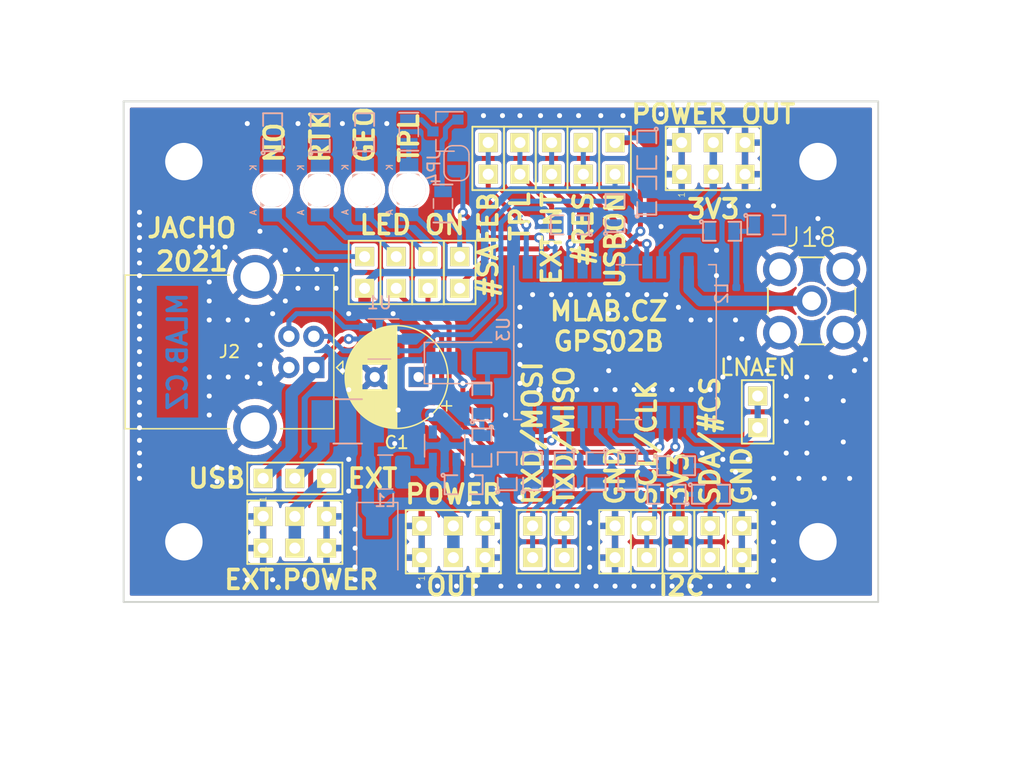
<source format=kicad_pcb>
(kicad_pcb (version 20211014) (generator pcbnew)
  (title_block (title "NAME") (date "%d. %m. %Y") (rev "REV") (company "Mlab www.mlab.cz") (comment 1 "VERSION") (comment 2 "Short description\\nTwo lines are maximum") (comment 3 "nickname <email@example.com>"))
  (layers (0 "F.Cu" signal) (31 "B.Cu" signal) (34 "B.Paste" user) (35 "F.Paste" user) (36 "B.SilkS" user "B.Silkscreen") (37 "F.SilkS" user "F.Silkscreen") (38 "B.Mask" user) (39 "F.Mask" user) (44 "Edge.Cuts" user))
  (net 0 "")
  (net 1 "GND")
  (net 2 "/VBACKUP")
  (net 3 "Net-(C2-Pad1)")
  (net 4 "+3V3")
  (net 5 "Net-(C7-Pad1)")
  (net 6 "Net-(D1-Pad2)")
  (net 7 "Net-(D2-Pad1)")
  (net 8 "Net-(D3-Pad1)")
  (net 9 "Net-(F1-Pad1)")
  (net 10 "Net-(J1-Pad3)")
  (net 11 "/D+")
  (net 12 "/D-")
  (net 13 "/VBUS")
  (net 14 "/TXD{slash}MISO")
  (net 15 "/RXD{slash}MOSI")
  (net 16 "/SDA{slash}#CS")
  (net 17 "/SCL{slash}CLK")
  (net 18 "/LNEN")
  (net 19 "/TIMEPULSE")
  (net 20 "Net-(Q1-Pad1)")
  (net 21 "Net-(JP7-Pad1)")
  (net 22 "/RTK_STAT")
  (net 23 "Net-(JP8-Pad1)")
  (net 24 "/GEO_STAT")
  (net 25 "Net-(R4-Pad1)")
  (net 26 "/DM")
  (net 27 "Net-(R5-Pad1)")
  (net 28 "/DP")
  (net 29 "Net-(R6-Pad1)")
  (net 30 "Net-(R7-Pad1)")
  (net 31 "Net-(R8-Pad1)")
  (net 32 "Net-(R9-Pad1)")
  (net 33 "Net-(R11-Pad1)")
  (net 36 "Net-(D4-Pad1)")
  (net 37 "Net-(D5-Pad1)")
  (net 38 "Net-(D6-Pad1)")
  (net 39 "Net-(D3-Pad2)")
  (net 40 "Net-(J16-Pad1)")
  (net 41 "/EXTINT")
  (net 42 "/#SAFEB")
  (net 43 "/#RESET")
  (net 44 "/VDD_USB")
  (net 45 "/D_SEL")
  (net 46 "Net-(J18-Pad1)")
  (net 47 "Net-(Q1-Pad3)")
  (footprint "Capacitor_THT:CP_Radial_D8.0mm_P3.50mm" (layer "F.Cu") (at 23.876 -18.288 180)
    (fp_text reference "C1")
    (fp_text value "1F" hide)
  )
  (footprint "Mlab_Pin_Headers:Straight_2x03" (layer "F.Cu") (at 13.97 -5.842 90)
    (fp_text reference "J1" hide)
    (fp_text value "HEADER_2x03_PARALLEL" hide)
  )
  (footprint "Connector_USB:USB_B_OST_USB-B1HSxx_Horizontal" (layer "F.Cu") (at 15.494 -19.05 180)
    (fp_text reference "J2")
    (fp_text value "USB_B")
  )
  (footprint "Mlab_Pin_Headers:Straight_2x03" (layer "F.Cu") (at 26.67 -5.08 90)
    (fp_text reference "J3" hide)
    (fp_text value "HEADER_2x03_PARALLEL" hide)
  )
  (footprint "Mlab_Pin_Headers:Straight_2x01" (layer "F.Cu") (at 35.56 -5.08 -90)
    (fp_text reference "J4" hide)
    (fp_text value "HEADER_2x01_PARALLEL" hide)
  )
  (footprint "Mlab_Pin_Headers:Straight_2x01" (layer "F.Cu") (at 33.02 -5.08 -90)
    (fp_text reference "J5" hide)
    (fp_text value "HEADER_2x01_PARALLEL" hide)
  )
  (footprint "Mlab_Pin_Headers:Straight_2x01" (layer "F.Cu") (at 47.244 -5.08 -90)
    (fp_text reference "J6" hide)
    (fp_text value "HEADER_2x01_PARALLEL" hide)
  )
  (footprint "Mlab_Pin_Headers:Straight_2x01" (layer "F.Cu") (at 44.704 -5.08 -90)
    (fp_text reference "J8" hide)
    (fp_text value "HEADER_2x01_PARALLEL" hide)
  )
  (footprint "Mlab_Pin_Headers:Straight_2x01" (layer "F.Cu") (at 49.784 -5.08 -90)
    (fp_text reference "J9" hide)
    (fp_text value "HEADER_2x01_PARALLEL" hide)
  )
  (footprint "Mlab_Pin_Headers:Straight_2x01" (layer "F.Cu") (at 39.624 -5.08 -90)
    (fp_text reference "J10" hide)
    (fp_text value "HEADER_2x01_PARALLEL" hide)
  )
  (footprint "Mlab_Pin_Headers:Straight_2x01" (layer "F.Cu") (at 34.544 -35.814 90)
    (fp_text reference "J11" hide)
    (fp_text value "HEADER_2x01_PARALLEL" hide)
  )
  (footprint "Mlab_Pin_Headers:Straight_2x01" (layer "F.Cu") (at 37.084 -35.814 -90)
    (fp_text reference "J13" hide)
    (fp_text value "HEADER_2x01_PARALLEL" hide)
  )
  (footprint "Mlab_Pin_Headers:Straight_2x01" (layer "F.Cu") (at 51.054 -15.494 -90)
    (fp_text reference "J14" hide)
    (fp_text value "HEADER_2x01_PARALLEL" hide)
  )
  (footprint "Mlab_Pin_Headers:Straight_2x03" (layer "F.Cu") (at 47.498 -35.814 90)
    (fp_text reference "J15" hide)
    (fp_text value "HEADER_2x03_PARALLEL" hide)
  )
  (footprint "Mlab_Pin_Headers:Straight_2x01" (layer "F.Cu") (at 32.004 -35.814 90)
    (fp_text reference "J16" hide)
    (fp_text value "HEADER_2x01_PARALLEL" hide)
  )
  (footprint "Mlab_CON:SMA6251A13G50" (layer "F.Cu") (at 55.372 -24.384)
    (fp_text reference "J18")
    (fp_text value "SMA" hide)
  )
  (footprint "Mlab_Pin_Headers:Straight_1x02" (layer "F.Cu") (at 27.178 -26.67 180)
    (fp_text reference "JP6" hide)
    (fp_text value "Jumper_2_Bridged" hide)
  )
  (footprint "Mlab_Pin_Headers:Straight_1x02" (layer "F.Cu") (at 22.098 -26.67 180)
    (fp_text reference "JP7" hide)
    (fp_text value "Jumper_2_Open" hide)
  )
  (footprint "Mlab_Pin_Headers:Straight_1x02" (layer "F.Cu") (at 24.638 -26.67 180)
    (fp_text reference "JP8" hide)
    (fp_text value "Jumper_2_Open" hide)
  )
  (footprint "Mlab_Mechanical:MountingHole_3mm" (layer "F.Cu") (at 5.08 -5.08)
    (fp_text reference "M1" hide)
    (fp_text value "HOLE" hide)
  )
  (footprint "Mlab_Mechanical:MountingHole_3mm" (layer "F.Cu") (at 55.88 -35.56)
    (fp_text reference "M2" hide)
    (fp_text value "HOLE" hide)
  )
  (footprint "Mlab_Mechanical:MountingHole_3mm" (layer "F.Cu") (at 55.88 -5.08)
    (fp_text reference "M3" hide)
    (fp_text value "HOLE" hide)
  )
  (footprint "Mlab_Mechanical:MountingHole_3mm" (layer "F.Cu") (at 5.08 -35.56)
    (fp_text reference "M4" hide)
    (fp_text value "HOLE" hide)
  )
  (footprint "Mlab_Pin_Headers:Straight_1x03" (layer "F.Cu") (at 13.97 -10.16 90)
    (fp_text reference "JP1" hide)
    (fp_text value "Jumper_3_Bridged12" hide)
  )
  (footprint "Mlab_Pin_Headers:Straight_1x02" (layer "F.Cu") (at 19.558 -26.67 180)
    (fp_text reference "JP9" hide)
    (fp_text value "Jumper_2_Open" hide)
  )
  (footprint "Mlab_Pin_Headers:Straight_1x02" (layer "F.Cu") (at 39.624 -35.814)
    (fp_text reference "JP2" hide)
    (fp_text value "Jumper_2_Bridged" hide)
  )
  (footprint "Mlab_Pin_Headers:Straight_2x01" (layer "F.Cu") (at 29.464 -35.814 -90)
    (fp_text reference "J12" hide)
    (fp_text value "HEADER_2x01_PARALLEL" hide)
  )
  (footprint "Mlab_Pin_Headers:Straight_2x01" (layer "F.Cu") (at 42.164 -5.08 -90)
    (fp_text reference "J7" hide)
    (fp_text value "HEADER_2x01_PARALLEL" hide)
  )
  (footprint "Mlab_R:SMD-0805" (layer "B.Cu") (at 28.956 -12.6365 -90)
    (fp_text reference "C3")
    (fp_text value "1uF")
  )
  (footprint "Mlab_R:SMD-0805" (layer "B.Cu") (at 42.164 -32.8295 90)
    (fp_text reference "C6")
    (fp_text value "1uF")
  )
  (footprint "Mlab_R:SMD-0805" (layer "B.Cu") (at 51.7525 -30.48)
    (fp_text reference "C7")
    (fp_text value "47pF")
  )
  (footprint "Diode_SMD:D_SMA" (layer "B.Cu") (at 27.75 -19.41)
    (fp_text reference "D1" hide)
    (fp_text value "M4" hide)
  )
  (footprint "Diode_SMD:D_SMA" (layer "B.Cu") (at 20.574 -4.826 -90)
    (fp_text reference "D2" hide)
    (fp_text value "M4" hide)
  )
  (footprint "Mlab_D:LED_1206" (layer "B.Cu") (at 12.192 -33.274 90)
    (fp_text reference "D3")
    (fp_text value "RED" hide)
  )
  (footprint "Mlab_D:LED_1206" (layer "B.Cu") (at 16.002 -33.274 90)
    (fp_text reference "D5")
    (fp_text value "YELLOW" hide)
  )
  (footprint "Mlab_D:LED_1206" (layer "B.Cu") (at 23.114 -33.306 90)
    (fp_text reference "D6")
    (fp_text value "GREEN" hide)
  )
  (footprint "Mlab_F:1812" (layer "B.Cu") (at 18.206 -14.732)
    (fp_text reference "F1" hide)
    (fp_text value "750mA" hide)
  )
  (footprint "Inductor_SMD:L_1210_3225Metric" (layer "B.Cu") (at 21.212 -10.668)
    (fp_text reference "L1")
    (fp_text value "NL322522T-101K" hide)
  )
  (footprint "Inductor_SMD:L_0402_1005Metric" (layer "B.Cu") (at 49.34 -24.99 -90)
    (fp_text reference "L2")
    (fp_text value "27nH" hide)
  )
  (footprint "Mlab_R:SMD-0805" (layer "B.Cu") (at 28.956 -16.3195 90)
    (fp_text reference "R1")
    (fp_text value "22R")
  )
  (footprint "Mlab_R:SMD-0805" (layer "B.Cu") (at 47.3075 -8.89)
    (fp_text reference "R2")
    (fp_text value "10k")
  )
  (footprint "Mlab_R:SMD-0805" (layer "B.Cu") (at 43.7515 -8.89 180)
    (fp_text reference "R3")
    (fp_text value "10k")
  )
  (footprint "Mlab_R:SMD-0805" (layer "B.Cu") (at 36.0045 -30.48 180)
    (fp_text reference "R4")
    (fp_text value "33R")
  )
  (footprint "Mlab_R:SMD-0805" (layer "B.Cu") (at 38.1 -10.7315 -90)
    (fp_text reference "R6")
    (fp_text value "33R")
  )
  (footprint "Mlab_R:SMD-0805" (layer "B.Cu") (at 35.56 -10.7315 -90)
    (fp_text reference "R7")
    (fp_text value "33R")
  )
  (footprint "Mlab_R:SMD-0805" (layer "B.Cu") (at 44.5135 -11.176)
    (fp_text reference "R8")
    (fp_text value "33R")
  )
  (footprint "Mlab_R:SMD-0805" (layer "B.Cu") (at 40.64 -10.7315 -90)
    (fp_text reference "R9")
    (fp_text value "33R")
  )
  (footprint "Mlab_R:SMD-0805" (layer "B.Cu") (at 12.192 -37.9095 90)
    (fp_text reference "R10")
    (fp_text value "620R")
  )
  (footprint "Mlab_R:SMD-0805" (layer "B.Cu") (at 48.1965 -29.972)
    (fp_text reference "R11")
    (fp_text value "10R")
  )
  (footprint "Mlab_R:SMD-0805" (layer "B.Cu") (at 16.002 -37.846 90)
    (fp_text reference "R13")
    (fp_text value "620R")
  )
  (footprint "RF_GPS:ublox_NEO" (layer "B.Cu") (at 39.624 -21.082 -90)
    (fp_text reference "U3")
    (fp_text value "NEO-M8P")
  )
  (footprint "Mlab_R:SMD-0805" (layer "B.Cu") (at 27.4955 -9.652)
    (fp_text reference "C2")
    (fp_text value "10uF")
  )
  (footprint "Package_TO_SOT_SMD:SOT-23-5" (layer "B.Cu") (at 25.974 -12.784 90)
    (fp_text reference "U2" hide)
    (fp_text value "MIC5504-3.3YM5" hide)
  )
  (footprint "Mlab_R:SMD-0805" (layer "B.Cu") (at 39.624 -31.4325 90)
    (fp_text reference "R5")
    (fp_text value "33R")
  )
  (footprint "Jumper:SolderJumper-2_P1.3mm_Open_RoundedPad1.0x1.5mm" (layer "B.Cu") (at 26.924 -35.433 -90)
    (fp_text reference "JP4")
    (fp_text value "Jumper_2_Open" hide)
  )
  (footprint "Mlab_R:SMD-0805" (layer "B.Cu") (at 30.988 -10.7315 90)
    (fp_text reference "C4")
    (fp_text value "100nF")
  )
  (footprint "Package_TO_SOT_SMD:SOT-23-6" (layer "B.Cu") (at 20.744 -21.336 180)
    (fp_text reference "U1")
    (fp_text value "USBLC6-2SC6" hide)
  )
  (footprint "Mlab_R:SMD-0805" (layer "B.Cu") (at 33.02 -10.7315 90)
    (fp_text reference "C5")
    (fp_text value "1uF")
  )
  (footprint "Mlab_R:SMD-0805" (layer "B.Cu") (at 42.164 -36.5125 -90)
    (fp_text reference "R15")
    (fp_text value "10k")
  )
  (footprint "Mlab_R:SMD-0805" (layer "B.Cu") (at 19.558 -37.9095 90)
    (fp_text reference "R12")
    (fp_text value "620R")
  )
  (footprint "Mlab_D:LED_1206" (layer "B.Cu") (at 19.558 -33.306 90)
    (fp_text reference "D4")
    (fp_text value "YELLOW" hide)
  )
  (footprint "Mlab_R:SMD-0805" (layer "B.Cu") (at 23.1 -37.9525 -90)
    (fp_text reference "R16")
    (fp_text value "220R")
  )
  (footprint "Mlab_R:SMD-0805" (layer "B.Cu") (at 25.84 -32.1975 90)
    (fp_text reference "R14")
    (fp_text value "220R")
  )
  (footprint "Package_TO_SOT_SMD:SOT-23" (layer "B.Cu") (at 26.035 -37.973 180)
    (fp_text reference "Q1" hide)
    (fp_text value "BC817-25" hide)
  )
  (gr_line (start 0.254 -0.254) (end 0.254 -40.386) (layer "Edge.Cuts") (width 0.15))
  (gr_line (start 0.254 -0.254) (end 60.706 -0.254) (layer "Edge.Cuts") (width 0.15))
  (gr_line (start 60.706 -40.386) (end 0.254 -40.386) (layer "Edge.Cuts") (width 0.15))
  (gr_line (start 60.706 -40.386) (end 60.706 -0.254) (layer "Edge.Cuts") (width 0.15))
  (gr_text "MLAB.CZ" (at 4.572 -20.32 90) (layer "B.Cu") (effects (font (size 1.5 1.5) (thickness 0.3)) (justify mirror)))
  (gr_text "EXT" (at 22.352 -10.16) (layer "F.SilkS") (effects (font (size 1.5 1.5) (thickness 0.3)) (justify right)))
  (gr_text "POWER" (at 26.67 -8.89) (layer "F.SilkS") (effects (font (size 1.5 1.5) (thickness 0.3))))
  (gr_text "OUT" (at 26.67 -1.524) (layer "F.SilkS") (effects (font (size 1.5 1.5) (thickness 0.3))))
  (gr_text "GND" (at 49.784 -7.874 90) (layer "F.SilkS") (effects (font (size 1.5 1.5) (thickness 0.3)) (justify left)))
  (gr_text "TXD/MISO" (at 35.56 -7.874 90) (layer "F.SilkS") (effects (font (size 1.5 1.5) (thickness 0.3)) (justify left)))
  (gr_text "RXD/MOSI" (at 33.02 -7.874 90) (layer "F.SilkS") (effects (font (size 1.5 1.5) (thickness 0.3)) (justify left)))
  (gr_text "LNAEN" (at 51.054 -19.05) (layer "F.SilkS") (effects (font (size 1.3 1.3) (thickness 0.2))))
  (gr_text "ON" (at 12.192 -35.306 270) (layer "F.SilkS") (effects (font (size 1.5 1.5) (thickness 0.3)) (justify right)))
  (gr_text "3V3" (at 47.498 -31.75) (layer "F.SilkS") (effects (font (size 1.5 1.5) (thickness 0.3))))
  (gr_text "#SAFEB" (at 29.464 -33.274 90) (layer "F.SilkS") (effects (font (size 1.5 1.5) (thickness 0.3)) (justify right)))
  (gr_text "USBON" (at 39.624 -33.274 90) (layer "F.SilkS") (effects (font (size 1.5 1.5) (thickness 0.3)) (justify right)))
  (gr_text "MLAB.CZ\nGPS02B" (at 39.116 -22.352) (layer "F.SilkS") (effects (font (size 1.5 1.5) (thickness 0.3))))
  (gr_text "2021" (at 5.715 -27.559) (layer "F.SilkS") (effects (font (size 1.5 1.5) (thickness 0.3))))
  (gr_text "RTK" (at 16.002 -35.306 90) (layer "F.SilkS") (effects (font (size 1.5 1.5) (thickness 0.3)) (justify left)))
  (gr_text "EXTINT" (at 34.544 -33.274 90) (layer "F.SilkS") (effects (font (size 1.5 1.5) (thickness 0.3)) (justify right)))
  (gr_text "USB" (at 10.16 -10.16) (layer "F.SilkS") (effects (font (size 1.5 1.5) (thickness 0.3)) (justify right)))
  (gr_text "3V3" (at 44.704 -7.874 90) (layer "F.SilkS") (effects (font (size 1.5 1.5) (thickness 0.3)) (justify left)))
  (gr_text "TPL" (at 23.114 -35.306 90) (layer "F.SilkS") (effects (font (size 1.5 1.5) (thickness 0.3)) (justify left)))
  (gr_text "SCL/CLK" (at 42.164 -7.874 90) (layer "F.SilkS") (effects (font (size 1.5 1.5) (thickness 0.3)) (justify left)))
  (gr_text "I2C" (at 44.958 -1.524) (layer "F.SilkS") (effects (font (size 1.5 1.5) (thickness 0.3))))
  (gr_text "JACHO" (at 5.715 -30.226) (layer "F.SilkS") (effects (font (size 1.5 1.5) (thickness 0.3))))
  (gr_text "LED ON" (at 23.368 -30.48) (layer "F.SilkS") (effects (font (size 1.5 1.5) (thickness 0.3))))
  (gr_text "#RES" (at 37.084 -33.274 90) (layer "F.SilkS") (effects (font (size 1.5 1.5) (thickness 0.3)) (justify right)))
  (gr_text "EXT.POWER" (at 20.828 -2.032) (layer "F.SilkS") (effects (font (size 1.5 1.5) (thickness 0.3)) (justify right)))
  (gr_text "SDA/#CS" (at 47.244 -7.874 90) (layer "F.SilkS") (effects (font (size 1.5 1.5) (thickness 0.3)) (justify left)))
  (gr_text "GEO" (at 19.558 -35.306 90) (layer "F.SilkS") (effects (font (size 1.5 1.5) (thickness 0.3)) (justify left)))
  (gr_text "POWER OUT" (at 47.498 -39.37) (layer "F.SilkS") (effects (font (size 1.5 1.5) (thickness 0.3))))
  (gr_text "GND" (at 39.624 -7.874 90) (layer "F.SilkS") (effects (font (size 1.5 1.5) (thickness 0.3)) (justify left)))
  (gr_text "TPL" (at 32.004 -33.274 90) (layer "F.SilkS") (effects (font (size 1.5 1.5) (thickness 0.3)) (justify right)))
  (segment (start 16.764 -2.032) (end 14.732 -2.032) (width 0.5) (layer "F.Cu") (net 1))
  (segment (start 47.244 -17.272) (end 48.26 -18.288) (width 0.5) (layer "F.Cu") (net 1))
  (segment (start 43.688 -24.892) (end 42.164 -24.892) (width 0.5) (layer "F.Cu") (net 1))
  (segment (start 49.784 -20.32) (end 50.292 -19.812) (width 0.5) (layer "F.Cu") (net 1))
  (segment (start 52.324 -11.176) (end 52.324 -10.16) (width 0.5) (layer "F.Cu") (net 1))
  (segment (start 12.192 -2.032) (end 10.16 -2.032) (width 0.5) (layer "F.Cu") (net 1))
  (segment (start 18.796 -4.572) (end 18.796 -6.096) (width 0.5) (layer "F.Cu") (net 1))
  (segment (start 51.816 -11.684) (end 52.324 -11.176) (width 0.5) (layer "F.Cu") (net 1))
  (segment (start 15.748 -26.924) (end 14.224 -26.924) (width 0.5) (layer "F.Cu") (net 1))
  (segment (start 41.148 -1.524) (end 42.672 -1.524) (width 0.5) (layer "F.Cu") (net 1))
  (segment (start 35.052 -17.272) (end 36.576 -17.272) (width 0.5) (layer "F.Cu") (net 1))
  (segment (start 52.324 -2.032) (end 52.324 -3.556) (width 0.5) (layer "F.Cu") (net 1))
  (segment (start 22.246182 -15.642182) (end 22.246182 -15.27218) (width 0.5) (layer "F.Cu") (net 1))
  (segment (start 44.196 -1.524) (end 45.72 -1.524) (width 0.5) (layer "F.Cu") (net 1))
  (segment (start 18.288 -18.288) (end 17.78 -18.796) (width 0.5) (layer "F.Cu") (net 1))
  (segment (start 32.004 -23.876) (end 32.004 -22.352) (width 0.5) (layer "F.Cu") (net 1))
  (segment (start 39.116 -24.892) (end 39.116 -23.368) (width 0.5) (layer "F.Cu") (net 1))
  (segment (start 52.324 -11.176) (end 53.34 -12.192) (width 0.5) (layer "F.Cu") (net 1))
  (segment (start 18.288 -17.272) (end 18.288 -18.288) (width 0.5) (layer "F.Cu") (net 1))
  (segment (start 41.148 -17.272) (end 42.672 -17.272) (width 0.5) (layer "F.Cu") (net 1))
  (segment (start 49.276 -10.668) (end 48.26 -11.684) (width 0.5) (layer "F.Cu") (net 1))
  (segment (start 54.356 -10.16) (end 56.388 -10.16) (width 0.5) (layer "F.Cu") (net 1))
  (segment (start 18.796 -3.048) (end 18.796 -2.032) (width 0.5) (layer "F.Cu") (net 1))
  (segment (start 48.768 -1.524) (end 50.292 -1.524) (width 0.5) (layer "F.Cu") (net 1))
  (segment (start 44.704 -23.876) (end 45.72 -22.86) (width 0.5) (layer "F.Cu") (net 1))
  (segment (start 30.448364 -8.128) (end 30.464182 -8.112182) (width 0.5) (layer "F.Cu") (net 1))
  (segment (start 51.308 -8.128) (end 50.8 -8.636) (width 0.5) (layer "F.Cu") (net 1))
  (segment (start 34.544 -24.892) (end 33.02 -24.892) (width 0.5) (layer "F.Cu") (net 1))
  (segment (start 36.576 -1.524) (end 38.1 -1.524) (width 0.5) (layer "F.Cu") (net 1))
  (segment (start 10.784 -26.32) (end 10.764 -26.32) (width 0.5) (layer "F.Cu") (net 1))
  (segment (start 50.292 -11.684) (end 51.816 -11.684) (width 0.5) (layer "F.Cu") (net 1))
  (segment (start 52.324 -8.128) (end 51.308 -8.128) (width 0.5) (layer "F.Cu") (net 1))
  (segment (start 50.038 -34.544) (end 50.038 -32.258) (width 0.5) (layer "F.Cu") (net 1))
  (segment (start 33.528 -1.524) (end 35.052 -1.524) (width 0.5) (layer "F.Cu") (net 1))
  (segment (start 44.196 -17.272) (end 45.72 -17.272) (width 0.5) (layer "F.Cu") (net 1))
  (segment (start 52.324 -5.08) (end 52.324 -6.604) (width 0.5) (layer "F.Cu") (net 1))
  (segment (start 14.224 -25.4) (end 15.748 -25.4) (width 0.5) (layer "F.Cu") (net 1))
  (segment (start 22.246182 -15.27218) (end 21.706002 -14.732) (width 0.5) (layer "F.Cu") (net 1))
  (segment (start 39.116 -21.844) (end 39.116 -20.32) (width 0.5) (layer "F.Cu") (net 1))
  (segment (start 33.02 -17.78) (end 33.528 -17.272) (width 0.5) (layer "F.Cu") (net 1))
  (segment (start 38.1 -17.272) (end 39.624 -17.272) (width 0.5) (layer "F.Cu") (net 1))
  (segment (start 12.7 -28.448) (end 11.176 -29.972) (width 0.5) (layer "F.Cu") (net 1))
  (segment (start 47.244 -1.524) (end 48.768 -1.524) (width 0.5) (layer "F.Cu") (net 1))
  (segment (start 49.784 -21.336) (end 49.784 -20.32) (width 0.5) (layer "F.Cu") (net 1))
  (segment (start 40.64 -24.892) (end 39.116 -24.892) (width 0.5) (layer "F.Cu") (net 1))
  (segment (start 30.48 -1.524) (end 32.004 -1.524) (width 0.5) (layer "F.Cu") (net 1))
  (segment (start 37.592 -3.048) (end 37.592 -4.572) (width 0.5) (layer "F.Cu") (net 1))
  (segment (start 32.004 -17.78) (end 33.02 -17.78) (width 0.5) (layer "F.Cu") (net 1))
  (segment (start 13.208 -28.448) (end 12.7 -28.448) (width 0.5) (layer "F.Cu") (net 1))
  (segment (start 32.004 -20.828) (end 32.004 -19.304) (width 0.5) (layer "F.Cu") (net 1))
  (segment (start 18.288 -9.144) (end 18.288 -11.684) (width 0.5) (layer "F.Cu") (net 1))
  (segment (start 47.244 -22.86) (end 49.276 -22.86) (width 0.5) (layer "F.Cu") (net 1))
  (segment (start 39.624 -1.524) (end 41.148 -1.524) (width 0.5) (layer "F.Cu") (net 1))
  (segment (start 58.42 -10.16) (end 58.42 -10.668) (width 0.5) (layer "F.Cu") (net 1))
  (segment (start 37.592 -24.892) (end 36.068 -24.892) (width 0.5) (layer "F.Cu") (net 1))
  (segment (start 27.94 -8.128) (end 30.448364 -8.128) (width 0.5) (layer "F.Cu") (net 1))
  (segment (start 21.336 -38.608) (end 17.78 -38.608) (width 0.5) (layer "F.Cu") (net 1))
  (segment (start 55.88 -30.988) (end 55.88 -29.464) (width 0.5) (layer "F.Cu") (net 1))
  (segment (start 47.752 -28.448) (end 47.752 -26.416) (width 0.5) (layer "F.Cu") (net 1))
  (segment (start 17.272 -25.4) (end 17.272 -26.924) (width 0.5) (layer "F.Cu") (net 1))
  (segment (start 10.764 -26.32) (end 8.382 -28.702) (width 0.5) (layer "F.Cu") (net 1))
  (segment (start 17.78 -38.608) (end 14.224 -38.608) (width 0.5) (layer "F.Cu") (net 1))
  (segment (start 53.34 -14.732) (end 53.34 -16.764) (width 0.5) (layer "F.Cu") (net 1))
  (segment (start 50.038 -32.258) (end 50.292 -32.004) (width 0.5) (layer "F.Cu") (net 1))
  (segment (start 12.192 -23.368) (end 13.208 -24.384) (width 0.5) (layer "F.Cu") (net 1))
  (segment (start 50.292 -32.004) (end 52.324 -32.004) (width 0.5) (layer "F.Cu") (net 1))
  (segment (start 23.876 -1.524) (end 25.4 -1.524) (width 0.5) (layer "F.Cu") (net 1))
  (segment (start 26.924 -1.524) (end 28.448 -1.524) (width 0.5) (layer "F.Cu") (net 1))
  (via (at 7.366 -28.702) (size 0.8) (drill 0.4) (layers "F.Cu" "B.Cu") (net 1))
  (via (at 6.35 -28.702) (size 0.8) (drill 0.4) (layers "F.Cu" "B.Cu") (net 1))
  (via (at 21.844 -23.368) (size 0.8) (drill 0.4) (layers "F.Cu" "B.Cu") (net 1))
  (via (at 33.655 -30.734) (size 0.8) (drill 0.4) (layers "F.Cu" "B.Cu") (net 1))
  (via (at 43.307 -30.353) (size 0.8) (drill 0.4) (layers "F.Cu" "B.Cu") (net 1))
  (via (at 46.609 -12.192) (size 0.8) (drill 0.4) (layers "F.Cu" "B.Cu") (net 1))
  (via (at 30.861 -15.24) (size 0.8) (drill 0.4) (layers "F.Cu" "B.Cu") (net 1))
  (via (at 21.971 -12.954) (size 0.8) (drill 0.4) (layers "F.Cu" "B.Cu") (net 1))
  (via (at 7.747 -11.049) (size 0.8) (drill 0.4) (layers "F.Cu" "B.Cu") (net 1))
  (via (at 7.747 -9.906) (size 0.8) (drill 0.4) (layers "F.Cu" "B.Cu") (net 1))
  (via (at 8.89 -9.906) (size 0.8) (drill 0.4) (layers "F.Cu" "B.Cu") (net 1))
  (via (at 8.89 -11.049) (size 0.8) (drill 0.4) (layers "F.Cu" "B.Cu") (net 1))
  (via (at 34.544 -24.892) (size 0.8) (drill 0.4) (layers "F.Cu" "B.Cu") (net 1))
  (via (at 13.208 -28.448) (size 0.8) (drill 0.4) (layers "F.Cu" "B.Cu") (net 1))
  (via (at 52.324 -2.032) (size 0.8) (drill 0.4) (layers "F.Cu" "B.Cu") (net 1))
  (via (at 30.48 -1.524) (size 0.8) (drill 0.4) (layers "F.Cu" "B.Cu") (net 1))
  (via (at 12.192 -23.368) (size 0.8) (drill 0.4) (layers "F.Cu" "B.Cu") (net 1))
  (via (at 44.704 -23.876) (size 0.8) (drill 0.4) (layers "F.Cu" "B.Cu") (net 1))
  (via (at 33.02 -24.892) (size 0.8) (drill 0.4) (layers "F.Cu" "B.Cu") (net 1))
  (via (at 53.34 -16.764) (size 0.8) (drill 0.4) (layers "F.Cu" "B.Cu") (net 1))
  (via (at 40.64 -24.892) (size 0.8) (drill 0.4) (layers "F.Cu" "B.Cu") (net 1))
  (via (at 7.112 -15.24) (size 0.8) (drill 0.4) (layers "F.Cu" "B.Cu") (net 1))
  (via (at 56.896 -18.288) (size 0.8) (drill 0.4) (layers "F.Cu" "B.Cu") (net 1))
  (via (at 39.116 -21.844) (size 0.8) (drill 0.4) (layers "F.Cu" "B.Cu") (net 1))
  (via (at 49.276 -10.668) (size 0.8) (drill 0.4) (layers "F.Cu" "B.Cu") (net 1))
  (via (at 41.148 -17.272) (size 0.8) (drill 0.4) (layers "F.Cu" "B.Cu") (net 1))
  (via (at 11.176 -17.78) (size 0.8) (drill 0.4) (layers "F.Cu" "B.Cu") (net 1))
  (via (at 37.592 -24.892) (size 0.8) (drill 0.4) (layers "F.Cu" "B.Cu") (net 1))
  (via (at 18.288 -9.144) (size 0.8) (drill 0.4) (layers "F.Cu" "B.Cu") (net 1))
  (via (at 35.052 -1.524) (size 0.8) (drill 0.4) (layers "F.Cu" "B.Cu") (net 1))
  (via (at 28.178182 -10.398182) (size 0.8) (drill 0.4) (layers "F.Cu" "B.Cu") (net 1))
  (via (at 57.912 -16.383) (size 0.8) (drill 0.4) (layers "F.Cu" "B.Cu") (net 1))
  (via (at 53.34 -12.192) (size 0.8) (drill 0.4) (layers "F.Cu" "B.Cu") (net 1))
  (via (at 36.576 -1.524) (size 0.8) (drill 0.4) (layers "F.Cu" "B.Cu") (net 1))
  (via (at 37.592 -3.048) (size 0.8) (drill 0.4) (layers "F.Cu" "B.Cu") (net 1))
  (via (at 1.524 -26.416) (size 0.8) (drill 0.4) (layers "F.Cu" "B.Cu") (net 1))
  (via (at 39.624 -1.524) (size 0.8) (drill 0.4) (layers "F.Cu" "B.Cu") (net 1))
  (via (at 21.336 -38.608) (size 0.8) (drill 0.4) (layers "F.Cu" "B.Cu") (net 1))
  (via (at 45.72 -17.272) (size 0.8) (drill 0.4) (layers "F.Cu" "B.Cu") (net 1))
  (via (at 13.208 -24.384) (size 0.8) (drill 0.4) (layers "F.Cu" "B.Cu") (net 1))
  (via (at 45.72 -1.524) (size 0.8) (drill 0.4) (layers "F.Cu" "B.Cu") (net 1))
  (via (at 54.991 -14.605) (size 0.8) (drill 0.4) (layers "F.Cu" "B.Cu") (net 1))
  (via (at 44.196 -17.272) (size 0.8) (drill 0.4) (layers "F.Cu" "B.Cu") (net 1))
  (via (at 18.288 -17.272) (size 0.8) (drill 0.4) (layers "F.Cu" "B.Cu") (net 1))
  (via (at 48.768 -19.812) (size 0.8) (drill 0.4) (layers "F.Cu" "B.Cu") (net 1))
  (via (at 15.748 -26.924) (size 0.8) (drill 0.4) (layers "F.Cu" "B.Cu") (net 1))
  (via (at 1.524 -30.48) (size 0.8) (drill 0.4) (layers "F.Cu" "B.Cu") (net 1))
  (via (at 28.448 -1.524) (size 0.8) (drill 0.4) (layers "F.Cu" "B.Cu") (net 1))
  (via (at 32.004 -23.876) (size 0.8) (drill 0.4) (layers "F.Cu" "B.Cu") (net 1))
  (via (at 7.112 -22.86) (size 0.8) (drill 0.4) (layers "F.Cu" "B.Cu") (net 1))
  (via (at 27.94 -8.128) (size 0.8) (drill 0.4) (layers "F.Cu" "B.Cu") (net 1))
  (via (at 32.004 -22.352) (size 0.8) (drill 0.4) (layers "F.Cu" "B.Cu") (net 1))
  (via (at 29.083 -39.243) (size 0.8) (drill 0.4) (layers "F.Cu" "B.Cu") (net 1))
  (via (at 15.748 -25.4) (size 0.8) (drill 0.4) (layers "F.Cu" "B.Cu") (net 1))
  (via (at 50.292 -1.524) (size 0.8) (drill 0.4) (layers "F.Cu" "B.Cu") (net 1))
  (via (at 7.112 -24.384) (size 0.8) (drill 0.4) (layers "F.Cu" "B.Cu") (net 1))
  (via (at 37.592 -4.572) (size 0.8) (drill 0.4) (layers "F.Cu" "B.Cu") (net 1))
  (via (at 54.991 -18.288) (size 0.8) (drill 0.4) (layers "F.Cu" "B.Cu") (net 1))
  (via (at 33.528 -17.272) (size 0.8) (drill 0.4) (layers "F.Cu" "B.Cu") (net 1))
  (via (at 1.524 -10.16) (size 0.8) (drill 0.4) (layers "F.Cu" "B.Cu") (net 1))
  (via (at 47.244 -17.272) (size 0.8) (drill 0.4) (layers "F.Cu" "B.Cu") (net 1))
  (via (at 10.16 -18.288) (size 0.8) (drill 0.4) (layers "F.Cu" "B.Cu") (net 1))
  (via (at 1.524 -15.24) (size 0.8) (drill 0.4) (layers "F.Cu" "B.Cu") (net 1))
  (via (at 33.528 -1.524) (size 0.8) (drill 0.4) (layers "F.Cu" "B.Cu") (net 1))
  (via (at 36.068 -24.892) (size 0.8) (drill 0.4) (layers "F.Cu" "B.Cu") (net 1))
  (via (at 37.592 -6.604) (size 0.8) (drill 0.4) (layers "F.Cu" "B.Cu") (net 1))
  (via (at 38.1 -17.272) (size 0.8) (drill 0.4) (layers "F.Cu" "B.Cu") (net 1))
  (via (at 1.524 -25.4) (size 0.8) (drill 0.4) (layers "F.Cu" "B.Cu") (net 1))
  (via (at 8.636 -18.288) (size 0.8) (drill 0.4) (layers "F.Cu" "B.Cu") (net 1))
  (via (at 17.272 -26.924) (size 0.8) (drill 0.4) (layers "F.Cu" "B.Cu") (net 1))
  (via (at 50.292 -11.684) (size 0.8) (drill 0.4) (layers "F.Cu" "B.Cu") (net 1))
  (via (at 36.703 -39.243) (size 0.8) (drill 0.4) (layers "F.Cu" "B.Cu") (net 1))
  (via (at 32.004 -20.828) (size 0.8) (drill 0.4) (layers "F.Cu" "B.Cu") (net 1))
  (via (at 56.388 -10.16) (size 0.8) (drill 0.4) (layers "F.Cu" "B.Cu") (net 1))
  (via (at 53.34 -14.732) (size 0.8) (drill 0.4) (layers "F.Cu" "B.Cu") (net 1))
  (via (at 18.288 -11.684) (size 0.8) (drill 0.4) (layers "F.Cu" "B.Cu") (net 1))
  (via (at 58.42 -10.16) (size 0.8) (drill 0.4) (layers "F.Cu" "B.Cu") (net 1))
  (via (at 47.244 -22.86) (size 0.8) (drill 0.4) (layers "F.Cu" "B.Cu") (net 1))
  (via (at 32.004 -17.78) (size 0.8) (drill 0.4) (layers "F.Cu" "B.Cu") (net 1))
  (via (at 1.524 -29.464) (size 0.8) (drill 0.4) (layers "F.Cu" "B.Cu") (net 1))
  (via (at 41.148 -1.524) (size 0.8) (drill 0.4) (layers "F.Cu" "B.Cu") (net 1))
  (via (at 50.292 -19.812) (size 0.8) (drill 0.4) (layers "F.Cu" "B.Cu") (net 1))
  (via (at 8.382 -28.702) (size 0.8) (drill 0.4) (layers "F.Cu" "B.Cu") (net 1))
  (via (at 16.764 -2.032) (size 0.8) (drill 0.4) (layers "F.Cu" "B.Cu") (net 1))
  (via (at 10.16 -38.608) (size 0.8) (drill 0.4) (layers "F.Cu" "B.Cu") (net 1))
  (via (at 55.88 -29.464) (size 0.8) (drill 0.4) (layers "F.Cu" "B.Cu") (net 1))
  (via (at 30.607 -39.243) (size 0.8) (drill 0.4) (layers "F.Cu" "B.Cu") (net 1))
  (via (at 1.524 -17.272) (size 0.8) (drill 0.4) (layers "F.Cu" "B.Cu") (net 1))
  (via (at 7.112 -18.288) (size 0.8) (drill 0.4) (layers "F.Cu" "B.Cu") (net 1))
  (via (at 22.246182 -15.642182) (size 0.8) (drill 0.4) (layers "F.Cu" "B.Cu") (net 1))
  (via (at 11.176 -19.304) (size 0.8) (drill 0.4) (layers "F.Cu" "B.Cu") (net 1))
  (via (at 39.116 -23.368) (size 0.8) (drill 0.4) (layers "F.Cu" "B.Cu") (net 1))
  (via (at 33.655 -39.243) (size 0.8) (drill 0.4) (layers "F.Cu" "B.Cu") (net 1))
  (via (at 52.324 -3.556) (size 0.8) (drill 0.4) (layers "F.Cu" "B.Cu") (net 1))
  (via (at 43.307 -39.37) (size 0.8) (drill 0.4) (layers "F.Cu" "B.Cu") (net 1))
  (via (at 11.176 -29.972) (size 0.8) (drill 0.4) (layers "F.Cu" "B.Cu") (net 1))
  (via (at 36.576 -17.272) (size 0.8) (drill 0.4) (layers "F.Cu" "B.Cu") (net 1))
  (via (at 38.481 -39.243) (size 0.8) (drill 0.4) (layers "F.Cu" "B.Cu") (net 1))
  (via (at 1.524 -18.288) (size 0.8) (drill 0.4) (layers "F.Cu" "B.Cu") (net 1))
  (via (at 42.672 -17.272) (size 0.8) (drill 0.4) (layers "F.Cu" "B.Cu") (net 1))
  (via (at 26.924 -1.524) (size 0.8) (drill 0.4) (layers "F.Cu" "B.Cu") (net 1))
  (via (at 35.052 -17.272) (size 0.8) (drill 0.4) (layers "F.Cu" "B.Cu") (net 1))
  (via (at 43.688 -24.892) (size 0.8) (drill 0.4) (layers "F.Cu" "B.Cu") (net 1))
  (via (at 10.16 -22.86) (size 0.8) (drill 0.4) (layers "F.Cu" "B.Cu") (net 1))
  (via (at 54.356 -10.16) (size 0.8) (drill 0.4) (layers "F.Cu" "B.Cu") (net 1))
  (via (at 1.524 -19.304) (size 0.8) (drill 0.4) (layers "F.Cu" "B.Cu") (net 1))
  (via (at 1.524 -23.368) (size 0.8) (drill 0.4) (layers "F.Cu" "B.Cu") (net 1))
  (via (at 52.324 -10.16) (size 0.8) (drill 0.4) (layers "F.Cu" "B.Cu") (net 1))
  (via (at 35.179 -39.243) (size 0.8) (drill 0.4) (layers "F.Cu" "B.Cu") (net 1))
  (via (at 1.524 -13.208) (size 0.8) (drill 0.4) (layers "F.Cu" "B.Cu") (net 1))
  (via (at 51.816 -18.796) (size 0.8) (drill 0.4) (layers "F.Cu" "B.Cu") (net 1))
  (via (at 18.796 -3.048) (size 0.8) (drill 0.4) (layers "F.Cu" "B.Cu") (net 1))
  (via (at 17.272 -25.4) (size 0.8) (drill 0.4) (layers "F.Cu" "B.Cu") (net 1))
  (via (at 39.116 -20.32) (size 0.8) (drill 0.4) (layers "F.Cu" "B.Cu") (net 1))
  (via (at 50.292 -32.004) (size 0.8) (drill 0.4) (layers "F.Cu" "B.Cu") (net 1))
  (via (at 17.78 -38.608) (size 0.8) (drill 0.4) (layers "F.Cu" "B.Cu") (net 1))
  (via (at 53.34 -18.288) (size 0.8) (drill 0.4) (layers "F.Cu" "B.Cu") (net 1))
  (via (at 1.524 -16.256) (size 0.8) (drill 0.4) (layers "F.Cu" "B.Cu") (net 1))
  (via (at 32.004 -19.304) (size 0.8) (drill 0.4) (layers "F.Cu" "B.Cu") (net 1))
  (via (at 1.524 -31.496) (size 0.8) (drill 0.4) (layers "F.Cu" "B.Cu") (net 1))
  (via (at 48.768 -1.524) (size 0.8) (drill 0.4) (layers "F.Cu" "B.Cu") (net 1))
  (via (at 12.192 -2.032) (size 0.8) (drill 0.4) (layers "F.Cu" "B.Cu") (net 1))
  (via (at 49.784 -21.336) (size 0.8) (drill 0.4) (layers "F.Cu" "B.Cu") (net 1))
  (via (at 25.4 -1.524) (size 0.8) (drill 0.4) (layers "F.Cu" "B.Cu") (net 1))
  (via (at 52.324 -5.08) (size 0.8) (drill 0.4) (layers "F.Cu" "B.Cu") (net 1))
  (via (at 14.224 -38.608) (size 0.8) (drill 0.4) (layers "F.Cu" "B.Cu") (net 1))
  (via (at 14.732 -2.032) (size 0.8) (drill 0.4) (layers "F.Cu" "B.Cu") (net 1))
  (via (at 1.524 -12.192) (size 0.8) (drill 0.4) (layers "F.Cu" "B.Cu") (net 1))
  (via (at 14.224 -26.924) (size 0.8) (drill 0.4) (layers "F.Cu" "B.Cu") (net 1))
  (via (at 52.324 -6.604) (size 0.8) (drill 0.4) (layers "F.Cu" "B.Cu") (net 1))
  (via (at 39.116 -18.796) (size 0.8) (drill 0.4) (layers "F.Cu" "B.Cu") (net 1))
  (via (at 47.752 -28.448) (size 0.8) (drill 0.4) (layers "F.Cu" "B.Cu") (net 1))
  (via (at 42.672 -1.524) (size 0.8) (drill 0.4) (layers "F.Cu" "B.Cu") (net 1))
  (via (at 42.164 -24.892) (size 0.8) (drill 0.4) (layers "F.Cu" "B.Cu") (net 1))
  (via (at 1.524 -11.176) (size 0.8) (drill 0.4) (layers "F.Cu" "B.Cu") (net 1))
  (via (at 44.196 -1.524) (size 0.8) (drill 0.4) (layers "F.Cu" "B.Cu") (net 1))
  (via (at 54.991 -12.192) (size 0.8) (drill 0.4) (layers "F.Cu" "B.Cu") (net 1))
  (via (at 40.259 -39.243) (size 0.8) (drill 0.4) (layers "F.Cu" "B.Cu") (net 1))
  (via (at 50.8 -8.636) (size 0.8) (drill 0.4) (layers "F.Cu" "B.Cu") (net 1))
  (via (at 18.796 -2.032) (size 0.8) (drill 0.4) (layers "F.Cu" "B.Cu") (net 1))
  (via (at 23.876 -1.524) (size 0.8) (drill 0.4) (layers "F.Cu" "B.Cu") (net 1))
  (via (at 55.88 -30.988) (size 0.8) (drill 0.4) (layers "F.Cu" "B.Cu") (net 1))
  (via (at 30.464182 -8.112182) (size 0.8) (drill 0.4) (layers "F.Cu" "B.Cu") (net 1))
  (via (at 48.26 -11.684) (size 0.8) (drill 0.4) (layers "F.Cu" "B.Cu") (net 1))
  (via (at 54.991 -16.51) (size 0.8) (drill 0.4) (layers "F.Cu" "B.Cu") (net 1))
  (via (at 7.112 -25.908) (size 0.8) (drill 0.4) (layers "F.Cu" "B.Cu") (net 1))
  (via (at 59.69 -19.685) (size 0.8) (drill 0.4) (layers "F.Cu" "B.Cu") (net 1))
  (via (at 47.752 -26.416) (size 0.8) (drill 0.4) (layers "F.Cu" "B.Cu") (net 1))
  (via (at 1.524 -24.384) (size 0.8) (drill 0.4) (layers "F.Cu" "B.Cu") (net 1))
  (via (at 17.78 -18.796) (size 0.8) (drill 0.4) (layers "F.Cu" "B.Cu") (net 1))
  (via (at 10.16 -2.032) (size 0.8) (drill 0.4) (layers "F.Cu" "B.Cu") (net 1))
  (via (at 57.912 -13.081) (size 0.8) (drill 0.4) (layers "F.Cu" "B.Cu") (net 1))
  (via (at 1.524 -22.352) (size 0.8) (drill 0.4) (layers "F.Cu" "B.Cu") (net 1))
  (via (at 18.288 -23.368) (size 0.8) (drill 0.4) (layers "F.Cu" "B.Cu") (net 1))
  (via (at 1.524 -28.448) (size 0.8) (drill 0.4) (layers "F.Cu" "B.Cu") (net 1))
  (via (at 39.624 -17.272) (size 0.8) (drill 0.4) (layers "F.Cu" "B.Cu") (net 1))
  (via (at 58.801 -18.796) (size 0.8) (drill 0.4) (layers "F.Cu" "B.Cu") (net 1))
  (via (at 52.324 -8.128) (size 0.8) (drill 0.4) (layers "F.Cu" "B.Cu") (net 1))
  (via (at 48.768 -32.004) (size 0.8) (drill 0.4) (layers "F.Cu" "B.Cu") (net 1))
  (via (at 1.524 -20.32) (size 0.8) (drill 0.4) (layers "F.Cu" "B.Cu") (net 1))
  (via (at 39.116 -24.892) (size 0.8) (drill 0.4) (layers "F.Cu" "B.Cu") (net 1))
  (via (at 45.72 -22.86) (size 0.8) (drill 0.4) (layers "F.Cu" "B.Cu") (net 1))
  (via (at 1.524 -27.432) (size 0.8) (drill 0.4) (layers "F.Cu" "B.Cu") (net 1))
  (via (at 18.796 -4.572) (size 0.8) (drill 0.4) (layers "F.Cu" "B.Cu") (net 1))
  (via (at 1.524 -14.224) (size 0.8) (drill 0.4) (layers "F.Cu" "B.Cu") (net 1))
  (via (at 18.796 -6.096) (size 0.8) (drill 0.4) (layers "F.Cu" "B.Cu") (net 1))
  (via (at 38.1 -1.524) (size 0.8) (drill 0.4) (layers "F.Cu" "B.Cu") (net 1))
  (via (at 7.112 -16.764) (size 0.8) (drill 0.4) (layers "F.Cu" "B.Cu") (net 1))
  (via (at 49.276 -22.86) (size 0.8) (drill 0.4) (layers "F.Cu" "B.Cu") (net 1))
  (via (at 47.244 -1.524) (size 0.8) (drill 0.4) (layers "F.Cu" "B.Cu") (net 1))
  (via (at 1.524 -21.336) (size 0.8) (drill 0.4) (layers "F.Cu" "B.Cu") (net 1))
  (via (at 52.324 -32.004) (size 0.8) (drill 0.4) (layers "F.Cu" "B.Cu") (net 1))
  (via (at 32.004 -39.243) (size 0.8) (drill 0.4) (layers "F.Cu" "B.Cu") (net 1))
  (via (at 32.004 -1.524) (size 0.8) (drill 0.4) (layers "F.Cu" "B.Cu") (net 1))
  (via (at 11.176 -20.828) (size 0.8) (drill 0.4) (layers "F.Cu" "B.Cu") (net 1))
  (via (at 8.636 -22.86) (size 0.8) (drill 0.4) (layers "F.Cu" "B.Cu") (net 1))
  (via (at 14.224 -25.4) (size 0.8) (drill 0.4) (layers "F.Cu" "B.Cu") (net 1))
  (via (at 48.26 -18.288) (size 0.8) (drill 0.4) (layers "F.Cu" "B.Cu") (net 1))
  (segment (start 54.864 -32.004) (end 55.88 -30.988) (width 0.5) (layer "B.Cu") (net 1))
  (segment (start 17.272 -25.4) (end 17.272 -24.384) (width 0.5) (layer "B.Cu") (net 1))
  (segment (start 42.164 -24.892) (end 40.64 -24.892) (width 0.5) (layer "B.Cu") (net 1))
  (segment (start 49.276 -22.86) (end 49.276 -21.844) (width 0.5) (layer "B.Cu") (net 1))
  (segment (start 28.178182 -8.366182) (end 27.94 -8.128) (width 0.5) (layer "B.Cu") (net 1))
  (segment (start 24.13 -3.81) (end 24.13 -1.778) (width 0.5) (layer "B.Cu") (net 1))
  (segment (start 25.4 -1.524) (end 26.924 -1.524) (width 0.5) (layer "B.Cu") (net 1))
  (segment (start 32.004 -1.524) (end 33.528 -1.524) (width 0.5) (layer "B.Cu") (net 1))
  (segment (start 52.324 -32.004) (end 54.864 -32.004) (width 0.5) (layer "B.Cu") (net 1))
  (segment (start 45.72 -22.86) (end 47.244 -22.86) (width 0.5) (layer "B.Cu") (net 1))
  (segment (start 14.732 -2.032) (end 12.192 -2.032) (width 0.5) (layer "B.Cu") (net 1))
  (segment (start 50.292 -19.812) (end 50.8 -19.812) (width 0.5) (layer "B.Cu") (net 1))
  (segment (start 48.26 -19.304) (end 48.768 -19.812) (width 0.5) (layer "B.Cu") (net 1))
  (segment (start 18.288 -11.684) (end 18.288 -17.272) (width 0.5) (layer "B.Cu") (net 1))
  (segment (start 45.72 -1.524) (end 47.244 -1.524) (width 0.5) (layer "B.Cu") (net 1))
  (segment (start 17.78 -38.608) (end 10.16 -38.608) (width 0.5) (layer "B.Cu") (net 1))
  (segment (start 32.004 -19.304) (end 32.004 -17.78) (width 0.5) (layer "B.Cu") (net 1))
  (segment (start 24.13 -1.778) (end 23.876 -1.524) (width 0.5) (layer "B.Cu") (net 1))
  (segment (start 36.576 -1.524) (end 36.576 -2.032) (width 0.5) (layer "B.Cu") (net 1))
  (segment (start 37.592 -4.572) (end 37.592 -6.604) (width 0.5) (layer "B.Cu") (net 1))
  (segment (start 50.292 -32.004) (end 48.768 -32.004) (width 0.5) (layer "B.Cu") (net 1))
  (segment (start 52.324 -3.556) (end 52.324 -5.08) (width 0.5) (layer "B.Cu") (net 1))
  (segment (start 16.51 -4.572) (end 18.796 -4.572) (width 0.5) (layer "B.Cu") (net 1))
  (segment (start 39.116 -20.32) (end 39.116 -18.796) (width 0.5) (layer "B.Cu") (net 1))
  (segment (start 52.324 -10.16) (end 54.356 -10.16) (width 0.5) (layer "B.Cu") (net 1))
  (segment (start 48.26 -11.684) (end 50.292 -11.684) (width 0.5) (layer "B.Cu") (net 1))
  (segment (start 42.672 -1.524) (end 44.196 -1.524) (width 0.5) (layer "B.Cu") (net 1))
  (segment (start 39.116 -23.368) (end 39.116 -21.844) (width 0.5) (layer "B.Cu") (net 1))
  (segment (start 11.684 -22.86) (end 12.192 -23.368) (width 0.5) (layer "B.Cu") (net 1))
  (segment (start 17.272 -26.924) (end 15.748 -26.924) (width 0.5) (layer "B.Cu") (net 1))
  (segment (start 18.796 -8.636) (end 18.288 -9.144) (width 0.5) (layer "B.Cu") (net 1))
  (segment (start 36.576 -2.032) (end 37.592 -3.048) (width 0.5) (layer "B.Cu") (net 1))
  (segment (start 10.16 -22.86) (end 11.684 -22.86) (width 0.5) (layer "B.Cu") (net 1))
  (segment (start 52.324 -6.604) (end 52.324 -8.128) (width 0.5) (layer "B.Cu") (net 1))
  (segment (start 44.424 -24.156) (end 44.704 -23.876) (width 0.5) (layer "B.Cu") (net 1))
  (segment (start 50.8 -8.636) (end 50.8 -9.144) (width 0.5) (layer "B.Cu") (net 1))
  (segment (start 28.448 -1.524) (end 30.48 -1.524) (width 0.5) (layer "B.Cu") (net 1))
  (segment (start 35.052 -1.524) (end 36.576 -1.524) (width 0.5) (layer "B.Cu") (net 1))
  (segment (start 44.424 -27.082) (end 44.424 -24.156) (width 0.5) (layer "B.Cu") (net 1))
  (segment (start 18.796 -6.096) (end 18.796 -8.636) (width 0.5) (layer "B.Cu") (net 1))
  (segment (start 28.178182 -10.398182) (end 28.178182 -8.366182) (width 0.5) (layer "B.Cu") (net 1))
  (segment (start 32.004 -22.352) (end 32.004 -20.828) (width 0.5) (layer "B.Cu") (net 1))
  (segment (start 53.34 -16.764) (end 53.34 -18.288) (width 0.5) (layer "B.Cu") (net 1))
  (segment (start 39.624 -17.272) (end 41.148 -17.272) (width 0.5) (layer "B.Cu") (net 1))
  (segment (start 51.816 -1.524) (end 52.324 -2.032) (width 0.5) (layer "B.Cu") (net 1))
  (segment (start 42.672 -17.272) (end 44.196 -17.272) (width 0.5) (layer "B.Cu") (net 1))
  (segment (start 39.116 -24.892) (end 37.592 -24.892) (width 0.5) (layer "B.Cu") (net 1))
  (segment (start 17.272 -24.384) (end 18.288 -23.368) (width 0.5) (layer "B.Cu") (net 1))
  (segment (start 20.376 -18.288) (end 22.246182 -16.417818) (width 0.5) (layer "B.Cu") (net 1))
  (segment (start 22.246182 -16.417818) (end 22.246182 -15.642182) (width 0.5) (layer "B.Cu") (net 1))
  (segment (start 50.292 -1.524) (end 51.816 -1.524) (width 0.5) (layer "B.Cu") (net 1))
  (segment (start 46.624 -27.082) (end 46.624 -27.32) (width 0.5) (layer "B.Cu") (net 1))
  (segment (start 50.8 -19.812) (end 51.816 -18.796) (width 0.5) (layer "B.Cu") (net 1))
  (segment (start 45.72 -17.272) (end 47.244 -17.272) (width 0.5) (layer "B.Cu") (net 1))
  (segment (start 33.02 -24.892) (end 32.004 -23.876) (width 0.5) (layer "B.Cu") (net 1))
  (segment (start 46.624 -27.32) (end 47.752 -28.448) (width 0.5) (layer "B.Cu") (net 1))
  (segment (start 53.34 -12.192) (end 53.34 -14.732) (width 0.5) (layer "B.Cu") (net 1))
  (segment (start 36.576 -17.272) (end 38.1 -17.272) (width 0.5) (layer "B.Cu") (net 1))
  (segment (start 13.208 -24.384) (end 14.224 -25.4) (width 0.5) (layer "B.Cu") (net 1))
  (segment (start 14.224 -27.432) (end 13.208 -28.448) (width 0.5) (layer "B.Cu") (net 1))
  (segment (start 28.448 -10.128364) (end 28.178182 -10.398182) (width 0.5) (layer "B.Cu") (net 1))
  (segment (start 28.448 -9.652) (end 28.448 -10.128364) (width 0.5) (layer "B.Cu") (net 1))
  (segment (start 18.796 -2.032) (end 16.764 -2.032) (width 0.5) (layer "B.Cu") (net 1))
  (segment (start 38.1 -1.524) (end 39.624 -1.524) (width 0.5) (layer "B.Cu") (net 1))
  (segment (start 49.276 -21.844) (end 49.784 -21.336) (width 0.5) (layer "B.Cu") (net 1))
  (segment (start 50.8 -9.144) (end 49.276 -10.668) (width 0.5) (layer "B.Cu") (net 1))
  (segment (start 56.388 -10.16) (end 58.42 -10.16) (width 0.5) (layer "B.Cu") (net 1))
  (segment (start 33.528 -17.272) (end 35.052 -17.272) (width 0.5) (layer "B.Cu") (net 1))
  (segment (start 44.704 -23.876) (end 43.688 -24.892) (width 0.5) (layer "B.Cu") (net 1))
  (segment (start 36.068 -24.892) (end 34.544 -24.892) (width 0.5) (layer "B.Cu") (net 1))
  (segment (start 14.224 -26.924) (end 14.224 -27.432) (width 0.5) (layer "B.Cu") (net 1))
  (segment (start 48.26 -18.288) (end 48.26 -19.304) (width 0.5) (layer "B.Cu") (net 1))
  (segment (start 15.748 -25.4) (end 17.272 -25.4) (width 0.5) (layer "B.Cu") (net 1))
  (segment (start 18.796 -6.096) (end 18.796 -3.048) (width 0.5) (layer "B.Cu") (net 1))
  (segment (start 27.432 -16.256) (end 27.432 -17.78) (width 0.4) (layer "F.Cu") (net 2))
  (segment (start 34.544 -13.208) (end 30.48 -13.208) (width 0.4) (layer "F.Cu") (net 2))
  (segment (start 30.48 -13.208) (end 27.432 -16.256) (width 0.4) (layer "F.Cu") (net 2))
  (via (at 27.432 -17.78) (size 0.8) (drill 0.4) (layers "F.Cu" "B.Cu") (net 2))
  (via (at 34.544 -13.208) (size 0.8) (drill 0.4) (layers "F.Cu" "B.Cu") (net 2))
  (segment (start 25.146 -19.558) (end 23.876 -18.288) (width 0.4) (layer "B.Cu") (net 2))
  (segment (start 26.091 -19.558) (end 25.146 -19.558) (width 0.4) (layer "B.Cu") (net 2))
  (segment (start 34.824 -13.488) (end 34.544 -13.208) (width 0.4) (layer "B.Cu") (net 2))
  (segment (start 27.432 -17.78) (end 27.432 -18.006) (width 0.4) (layer "B.Cu") (net 2))
  (segment (start 34.824 -15.082) (end 34.824 -13.488) (width 0.4) (layer "B.Cu") (net 2))
  (segment (start 27.432 -18.006) (end 25.908 -19.53) (width 0.4) (layer "B.Cu") (net 2))
  (segment (start 23.876 -10.668) (end 24.384 -10.16) (width 0.6) (layer "B.Cu") (net 3))
  (segment (start 23.368 -10.668) (end 24.892 -10.668) (width 0.6) (layer "B.Cu") (net 3))
  (segment (start 23.368 -10.668) (end 23.876 -10.668) (width 0.6) (layer "B.Cu") (net 3))
  (segment (start 26.924 -11.684) (end 26.924 -10.033) (width 0.6) (layer "B.Cu") (net 3))
  (segment (start 25.024 -10.536) (end 25.024 -10.155) (width 0.6) (layer "B.Cu") (net 3))
  (segment (start 24.76 -10.536) (end 24.384 -10.16) (width 0.6) (layer "B.Cu") (net 3))
  (segment (start 24.384 -10.16) (end 24.892 -9.652) (width 0.6) (layer "B.Cu") (net 3))
  (segment (start 25.024 -11.684) (end 25.024 -10.536) (width 0.6) (layer "B.Cu") (net 3))
  (segment (start 22.612 -10.668) (end 23.368 -10.668) (width 0.6) (layer "B.Cu") (net 3))
  (segment (start 26.924 -10.033) (end 26.543 -9.652) (width 0.6) (layer "B.Cu") (net 3))
  (segment (start 24.892 -10.668) (end 25.024 -10.536) (width 0.6) (layer "B.Cu") (net 3))
  (segment (start 26.543 -9.652) (end 24.892 -9.652) (width 0.6) (layer "B.Cu") (net 3))
  (segment (start 25.024 -10.155) (end 25.527 -9.652) (width 0.6) (layer "B.Cu") (net 3))
  (segment (start 25.024 -10.536) (end 24.76 -10.536) (width 0.6) (layer "B.Cu") (net 3))
  (segment (start 32.004 -8.636) (end 31.496 -8.636) (width 1) (layer "F.Cu") (net 4))
  (segment (start 19.558 -25.4) (end 19.558 -23.638) (width 1) (layer "F.Cu") (net 4))
  (segment (start 44.704 -8.112) (end 44.18 -8.636) (width 1) (layer "F.Cu") (net 4))
  (segment (start 19.558 -23.638) (end 22.262 -20.934) (width 1) (layer "F.Cu") (net 4))
  (segment (start 24.892 -15.24) (end 24.204 -15.24) (width 1) (layer "F.Cu") (net 4))
  (segment (start 24.204 -15.24) (end 22.262 -17.182) (width 1) (layer "F.Cu") (net 4))
  (segment (start 44.18 -8.636) (end 32.004 -8.636) (width 1) (layer "F.Cu") (net 4))
  (segment (start 31.496 -8.636) (end 24.892 -15.24) (width 1) (layer "F.Cu") (net 4))
  (segment (start 22.262 -20.934) (end 22.262 -17.182) (width 1) (layer "F.Cu") (net 4))
  (segment (start 44.704 -6.35) (end 44.704 -8.112) (width 1) (layer "F.Cu") (net 4))
  (via (at 32.004 -8.636) (size 0.8) (drill 0.4) (layers "F.Cu" "B.Cu") (net 4))
  (via (at 24.892 -15.24) (size 0.8) (drill 0.4) (layers "F.Cu" "B.Cu") (net 4))
  (segment (start 31.276037 -33.281999) (end 29.179981 -31.185943) (width 0.6) (layer "B.Cu") (net 4))
  (segment (start 30.988 -9.779) (end 33.02 -9.779) (width 0.7) (layer "B.Cu") (net 4))
  (segment (start 41.148 -32.512) (end 41.148 -32.904002) (width 0.6) (layer "B.Cu") (net 4))
  (segment (start 23.51512 -31.306) (end 23.114 -31.306) (width 0.4) (layer "B.Cu") (net 4))
  (segment (start 47.498 -33.182) (end 47.498 -34.544) (width 0.6) (layer "B.Cu") (net 4))
  (segment (start 46.193 -31.877) (end 47.498 -33.182) (width 0.6) (layer "B.Cu") (net 4))
  (segment (start 41.148 -32.724002) (end 41.148 -32.512) (width 0.4) (layer "B.Cu") (net 4))
  (segment (start 42.164 -31.877) (end 41.783 -31.877) (width 0.6) (layer "B.Cu") (net 4))
  (segment (start 42.164 -31.877) (end 46.193 -31.877) (width 0.6) (layer "B.Cu") (net 4))
  (segment (start 39.624 -34.544) (end 39.624 -33.382) (width 0.4) (layer "B.Cu") (net 4))
  (segment (start 32.004 -8.636) (end 32.004 -9.652) (width 1) (layer "B.Cu") (net 4))
  (segment (start 26.924 -13.884) (end 28.661 -13.884) (width 0.4) (layer "B.Cu") (net 4))
  (segment (start 26.016489 -28.804631) (end 23.51512 -31.306) (width 0.4) (layer "B.Cu") (net 4))
  (segment (start 41.783 -31.877) (end 41.148 -32.512) (width 0.6) (layer "B.Cu") (net 4))
  (segment (start 26.027999 -26.662001) (end 28.694001 -26.662001) (width 0.6) (layer "B.Cu") (net 4))
  (segment (start 38.525499 -33.329501) (end 38.477997 -33.281999) (width 0.6) (layer "B.Cu") (net 4))
  (segment (start 39.425501 -33.329501) (end 38.525499 -33.329501) (width 0.6) (layer "B.Cu") (net 4))
  (segment (start 29.179981 -27.147981) (end 29.179981 -27.755981) (width 0.6) (layer "B.Cu") (net 4))
  (segment (start 19.558 -25.4) (end 19.558 -25.654) (width 0.6) (layer "B.Cu") (net 4))
  (segment (start 26.016489 -26.673511) (end 26.016489 -28.804631) (width 0.4) (layer "B.Cu") (net 4))
  (segment (start 26.027999 -26.662001) (end 26.016489 -26.673511) (width 0.4) (layer "B.Cu") (net 4))
  (segment (start 46.355 -8.89) (end 44.704 -8.89) (width 0.4) (layer "B.Cu") (net 4))
  (segment (start 25.568 -15.24) (end 24.892 -15.24) (width 1) (layer "B.Cu") (net 4))
  (segment (start 44.704 -6.35) (end 44.704 -3.81) (width 1) (layer "B.Cu") (net 4))
  (segment (start 28.956 -15.367) (end 28.956 -13.589) (width 0.4) (layer "B.Cu") (net 4))
  (segment (start 40.642501 -33.229501) (end 41.148 -32.724002) (width 0.4) (layer "B.Cu") (net 4))
  (segment (start 34.1185 -10.6235) (end 33.274 -9.779) (width 0.4) (layer "B.Cu") (net 4))
  (segment (start 29.279981 -27.755981) (end 29.279982 -31.144524) (width 0.4) (layer "B.Cu") (net 4))
  (segment (start 44.704 -8.89) (end 44.704 -6.35) (width 0.4) (layer "B.Cu") (net 4))
  (segment (start 40.722501 -33.329501) (end 39.425501 -33.329501) (width 0.6) (layer "B.Cu") (net 4))
  (segment (start 33.724 -12.843002) (end 34.118501 -12.448501) (width 0.4) (layer "B.Cu") (net 4))
  (segment (start 38.477997 -33.281999) (end 31.276037 -33.281999) (width 0.6) (layer "B.Cu") (net 4))
  (segment (start 39.571501 -33.329501) (end 39.425501 -33.329501) (width 0.4) (layer "B.Cu") (net 4))
  (segment (start 39.624 -33.382) (end 39.571501 -33.329501) (width 0.4) (layer "B.Cu") (net 4))
  (segment (start 26.016489 -28.804631) (end 25.62556 -29.19556) (width 0.4) (layer "B.Cu") (net 4))
  (segment (start 20.566001 -26.662001) (end 26.027999 -26.662001) (width 0.6) (layer "B.Cu") (net 4))
  (segment (start 33.274 -9.779) (end 33.02 -9.779) (width 0.4) (layer "B.Cu") (net 4))
  (segment (start 47.498 -34.544) (end 47.498 -37.084) (width 0.6) (layer "B.Cu") (net 4))
  (segment (start 29.179981 -31.185943) (end 29.179981 -27.147981) (width 0.6) (layer "B.Cu") (net 4))
  (segment (start 19.558 -25.654) (end 20.566001 -26.662001) (width 0.6) (layer "B.Cu") (net 4))
  (segment (start 26.924 -13.884) (end 25.568 -15.24) (width 1) (layer "B.Cu") (net 4))
  (segment (start 33.724 -15.082) (end 33.724 -12.843002) (width 0.4) (layer "B.Cu") (net 4))
  (segment (start 28.661 -13.884) (end 28.956 -13.589) (width 0.4) (layer "B.Cu") (net 4))
  (segment (start 41.148 -32.904002) (end 40.722501 -33.329501) (width 0.6) (layer "B.Cu") (net 4))
  (segment (start 28.694001 -26.662001) (end 29.179981 -27.147981) (width 0.6) (layer "B.Cu") (net 4))
  (segment (start 31.364959 -33.229501) (end 40.642501 -33.229501) (width 0.4) (layer "B.Cu") (net 4))
  (segment (start 23.339 -31.306) (end 23.114 -31.306) (width 0.4) (layer "B.Cu") (net 4))
  (segment (start 34.118501 -12.448501) (end 34.1185 -10.6235) (width 0.4) (layer "B.Cu") (net 4))
  (segment (start 49.149 -29.972) (end 50.292 -29.972) (width 0.4) (layer "B.Cu") (net 5))
  (segment (start 49.34 -25.475) (end 49.34 -29.781) (width 0.5) (layer "B.Cu") (net 5))
  (segment (start 49.34 -29.781) (end 49.149 -29.972) (width 0.5) (layer "B.Cu") (net 5))
  (segment (start 50.292 -29.972) (end 50.8 -30.48) (width 0.4) (layer "B.Cu") (net 5))
  (segment (start 29.408 -17.724) (end 28.956 -17.272) (width 0.4) (layer "B.Cu") (net 6))
  (segment (start 29.408 -19.53) (end 29.408 -17.724) (width 0.4) (layer "B.Cu") (net 6))
  (segment (start 26.67 -6.858) (end 25.4 -8.128) (width 1) (layer "B.Cu") (net 7))
  (segment (start 26.67 -6.35) (end 26.67 -3.81) (width 1) (layer "B.Cu") (net 7))
  (segment (start 19.812 -14.388) (end 20.156 -14.732) (width 1) (layer "B.Cu") (net 7))
  (segment (start 19.812 -7.588) (end 20.574 -6.826) (width 1) (layer "B.Cu") (net 7))
  (segment (start 19.812 -10.668) (end 19.812 -7.588) (width 1) (layer "B.Cu") (net 7))
  (segment (start 21.876 -8.128) (end 20.574 -6.826) (width 1) (layer "B.Cu") (net 7))
  (segment (start 26.67 -6.35) (end 26.67 -6.858) (width 1) (layer "B.Cu") (net 7))
  (segment (start 19.812 -10.668) (end 19.812 -14.388) (width 1) (layer "B.Cu") (net 7))
  (segment (start 25.4 -8.128) (end 21.876 -8.128) (width 1) (layer "B.Cu") (net 7))
  (segment (start 12.192 -36.957) (end 12.192 -35.274) (width 0.4) (layer "B.Cu") (net 8))
  (segment (start 16.256 -14.732) (end 16.256 -12.446) (width 1) (layer "B.Cu") (net 9))
  (segment (start 16.256 -12.446) (end 13.97 -10.16) (width 1) (layer "B.Cu") (net 9))
  (segment (start 13.97 -7.112) (end 13.97 -7.62) (width 1) (layer "B.Cu") (net 10))
  (segment (start 13.97 -7.62) (end 16.51 -10.16) (width 1) (layer "B.Cu") (net 10))
  (segment (start 13.97 -7.112) (end 13.97 -4.572) (width 1) (layer "B.Cu") (net 10))
  (segment (start 14.109919 -23.368) (end 16.833 -23.368) (width 0.4) (layer "B.Cu") (net 11))
  (segment (start 13.494 -21.55) (end 13.494 -22.752081) (width 0.4) (layer "B.Cu") (net 11))
  (segment (start 17.915 -22.286) (end 19.644 -22.286) (width 0.4) (layer "B.Cu") (net 11))
  (segment (start 13.494 -22.752081) (end 14.109919 -23.368) (width 0.4) (layer "B.Cu") (net 11))
  (segment (start 16.833 -23.368) (end 17.915 -22.286) (width 0.4) (layer "B.Cu") (net 11))
  (segment (start 18.714 -20.386) (end 19.644 -20.386) (width 0.4) (layer "B.Cu") (net 12))
  (segment (start 16.696081 -21.55) (end 17.860081 -20.386) (width 0.4) (layer "B.Cu") (net 12))
  (segment (start 17.860081 -20.386) (end 18.714 -20.386) (width 0.4) (layer "B.Cu") (net 12))
  (segment (start 15.494 -21.55) (end 16.696081 -21.55) (width 0.4) (layer "B.Cu") (net 12))
  (segment (start 18.288 -21.336) (end 17.78 -21.336) (width 0.4) (layer "F.Cu") (net 13))
  (segment (start 17.78 -21.336) (end 15.494 -19.05) (width 0.4) (layer "F.Cu") (net 13))
  (segment (start 16.256 -19.812) (end 15.494 -19.05) (width 0.4) (layer "F.Cu") (net 13))
  (via (at 18.288 -21.336) (size 0.8) (drill 0.4) (layers "F.Cu" "B.Cu") (net 13))
  (segment (start 13.716 -12.446) (end 13.716 -16.977998) (width 1) (layer "B.Cu") (net 13))
  (segment (start 15.494 -18.755998) (end 15.494 -19.05) (width 1) (layer "B.Cu") (net 13))
  (segment (start 13.716 -16.977998) (end 15.494 -18.755998) (width 1) (layer "B.Cu") (net 13))
  (segment (start 11.43 -10.16) (end 13.716 -12.446) (width 1) (layer "B.Cu") (net 13))
  (segment (start 19.644 -21.336) (end 18.288 -21.336) (width 0.4) (layer "B.Cu") (net 13))
  (segment (start 36.322 -8.255) (end 36.303 -8.255) (width 0.4) (layer "B.Cu") (net 14))
  (segment (start 35.56 -3.81) (end 35.56 -6.35) (width 0.4) (layer "B.Cu") (net 14))
  (segment (start 38.1 -9.779) (end 37.846 -9.779) (width 0.4) (layer "B.Cu") (net 14))
  (segment (start 35.56 -7.512) (end 35.56 -6.35) (width 0.4) (layer "B.Cu") (net 14))
  (segment (start 37.846 -9.779) (end 36.322 -8.255) (width 0.4) (layer "B.Cu") (net 14))
  (segment (start 36.303 -8.255) (end 35.56 -7.512) (width 0.4) (layer "B.Cu") (net 14))
  (segment (start 33.02 -6.35) (end 33.02 -7.512) (width 0.4) (layer "B.Cu") (net 15))
  (segment (start 33.02 -6.35) (end 33.02 -3.81) (width 0.4) (layer "B.Cu") (net 15))
  (segment (start 33.02 -7.512) (end 35.287 -9.779) (width 0.4) (layer "B.Cu") (net 15))
  (segment (start 35.287 -9.779) (end 35.56 -9.779) (width 0.4) (layer "B.Cu") (net 15))
  (segment (start 48.26 -8.89) (end 48.26 -9.398) (width 0.4) (layer "B.Cu") (net 16))
  (segment (start 47.244 -7.874) (end 48.26 -8.89) (width 0.4) (layer "B.Cu") (net 16))
  (segment (start 45.974 -11.176) (end 45.466 -11.176) (width 0.4) (layer "B.Cu") (net 16))
  (segment (start 47.244 -6.35) (end 47.244 -3.81) (width 0.4) (layer "B.Cu") (net 16))
  (segment (start 47.244 -6.35) (end 47.244 -7.874) (width 0.4) (layer "B.Cu") (net 16))
  (segment (start 48.26 -9.398) (end 46.482 -11.176) (width 0.4) (layer "B.Cu") (net 16))
  (segment (start 46.482 -11.176) (end 45.974 -11.176) (width 0.4) (layer "B.Cu") (net 16))
  (segment (start 41.91 -9.779) (end 42.799 -8.89) (width 0.4) (layer "B.Cu") (net 17))
  (segment (start 42.164 -6.35) (end 42.164 -3.81) (width 0.4) (layer "B.Cu") (net 17))
  (segment (start 42.799 -6.985) (end 42.164 -6.35) (width 0.4) (layer "B.Cu") (net 17))
  (segment (start 42.799 -8.89) (end 42.799 -6.985) (width 0.4) (layer "B.Cu") (net 17))
  (segment (start 40.894 -9.779) (end 40.64 -9.779) (width 0.4) (layer "B.Cu") (net 17))
  (segment (start 40.64 -9.779) (end 41.91 -9.779) (width 0.4) (layer "B.Cu") (net 17))
  (segment (start 45.524 -15.082) (end 45.524 -13.782) (width 0.4) (layer "B.Cu") (net 18))
  (segment (start 49.892 -13.208) (end 50.038 -13.208) (width 0.5) (layer "B.Cu") (net 18))
  (segment (start 46.098 -13.208) (end 49.892 -13.208) (width 0.4) (layer "B.Cu") (net 18))
  (segment (start 45.524 -13.782) (end 46.098 -13.208) (width 0.4) (layer "B.Cu") (net 18))
  (segment (start 50.038 -13.208) (end 51.054 -14.224) (width 0.5) (layer "B.Cu") (net 18))
  (segment (start 51.054 -16.764) (end 51.054 -14.224) (width 0.5) (layer "B.Cu") (net 18))
  (segment (start 27.178 -29.907) (end 25.84 -31.245) (width 0.4) (layer "B.Cu") (net 19))
  (segment (start 27.178 -27.94) (end 27.178 -29.907) (width 0.4) (layer "B.Cu") (net 19))
  (segment (start 25.773352 -37.203352) (end 25.773352 -33.216648) (width 0.4) (layer "B.Cu") (net 20))
  (segment (start 27.035 -38.923) (end 26.731 -38.923) (width 0.4) (layer "B.Cu") (net 20))
  (segment (start 26.035 -38.227) (end 26.035 -37.465) (width 0.4) (layer "B.Cu") (net 20))
  (segment (start 26.035 -37.465) (end 25.773352 -37.203352) (width 0.4) (layer "B.Cu") (net 20))
  (segment (start 26.731 -38.923) (end 26.035 -38.227) (width 0.4) (layer "B.Cu") (net 20))
  (segment (start 25.773352 -33.216648) (end 25.84 -33.15) (width 0.4) (layer "B.Cu") (net 20))
  (segment (start 25.729448 -21.514552) (end 25.729449 -16.094009) (width 0.4) (layer "F.Cu") (net 21))
  (segment (start 22.098 -25.4) (end 22.098 -25.146) (width 0.4) (layer "F.Cu") (net 21))
  (segment (start 30.431462 -11.391996) (end 43.141996 -11.391996) (width 0.4) (layer "F.Cu") (net 21))
  (segment (start 22.098 -25.146) (end 25.729448 -21.514552) (width 0.4) (layer "F.Cu") (net 21))
  (segment (start 25.729449 -16.094009) (end 30.431462 -11.391996) (width 0.4) (layer "F.Cu") (net 21))
  (segment (start 43.141996 -11.391996) (end 44.45 -12.7) (width 0.4) (layer "F.Cu") (net 21))
  (via (at 44.45 -12.7) (size 0.8) (drill 0.4) (layers "F.Cu" "B.Cu") (net 21))
  (segment (start 44.45 -15.056) (end 44.424 -15.082) (width 0.4) (layer "B.Cu") (net 21))
  (segment (start 44.45 -12.7) (end 44.45 -15.056) (width 0.4) (layer "B.Cu") (net 21))
  (segment (start 18.034 -29.464) (end 20.574 -29.464) (width 0.4) (layer "B.Cu") (net 22))
  (segment (start 16.227 -31.274) (end 16.767 -30.734) (width 0.4) (layer "B.Cu") (net 22))
  (segment (start 20.574 -29.464) (end 22.098 -27.94) (width 0.4) (layer "B.Cu") (net 22))
  (segment (start 16.767 -30.734) (end 16.767 -30.731) (width 0.4) (layer "B.Cu") (net 22))
  (segment (start 16.767 -30.731) (end 18.034 -29.464) (width 0.4) (layer "B.Cu") (net 22))
  (segment (start 16.002 -31.274) (end 16.227 -31.274) (width 0.4) (layer "B.Cu") (net 22))
  (segment (start 26.329458 -22.546542) (end 24.638 -24.238) (width 0.4) (layer "F.Cu") (net 23))
  (segment (start 42.729693 -12.249693) (end 30.422307 -12.249693) (width 0.4) (layer "F.Cu") (net 23))
  (segment (start 26.329458 -16.342542) (end 26.329458 -22.546542) (width 0.4) (layer "F.Cu") (net 23))
  (segment (start 43.18 -12.7) (end 42.729693 -12.249693) (width 0.4) (layer "F.Cu") (net 23))
  (segment (start 24.638 -24.238) (end 24.638 -25.4) (width 0.4) (layer "F.Cu") (net 23))
  (segment (start 30.422307 -12.249693) (end 26.329458 -16.342542) (width 0.4) (layer "F.Cu") (net 23))
  (via (at 43.18 -12.7) (size 0.8) (drill 0.4) (layers "F.Cu" "B.Cu") (net 23))
  (segment (start 43.324 -12.844) (end 43.18 -12.7) (width 0.4) (layer "B.Cu") (net 23))
  (segment (start 43.324 -15.082) (end 43.324 -12.844) (width 0.4) (layer "B.Cu") (net 23))
  (segment (start 22.86 -29.718) (end 24.638 -27.94) (width 0.4) (layer "B.Cu") (net 24))
  (segment (start 19.558 -31.306) (end 19.748 -31.306) (width 0.4) (layer "B.Cu") (net 24))
  (segment (start 19.748 -31.306) (end 21.336 -29.718) (width 0.4) (layer "B.Cu") (net 24))
  (segment (start 21.336 -29.718) (end 22.86 -29.718) (width 0.4) (layer "B.Cu") (net 24))
  (segment (start 37.024 -27.082) (end 37.024 -30.413) (width 0.4) (layer "B.Cu") (net 25))
  (segment (start 37.024 -30.413) (end 36.957 -30.48) (width 0.4) (layer "B.Cu") (net 25))
  (segment (start 28.122533 -21.685991) (end 30.48 -24.043458) (width 0.4) (layer "B.Cu") (net 26))
  (segment (start 34.00101 -31.78499) (end 35.052 -30.734) (width 0.4) (layer "B.Cu") (net 26))
  (segment (start 25.241991 -21.685991) (end 28.122533 -21.685991) (width 0.4) (layer "B.Cu") (net 26))
  (segment (start 30.48 -24.043458) (end 30.48 -30.647458) (width 0.4) (layer "B.Cu") (net 26))
  (segment (start 31.617532 -31.78499) (end 34.00101 -31.78499) (width 0.4) (layer "B.Cu") (net 26))
  (segment (start 21.844 -20.386) (end 23.942 -20.386) (width 0.4) (layer "B.Cu") (net 26))
  (segment (start 35.052 -30.734) (end 35.052 -30.48) (width 0.4) (layer "B.Cu") (net 26))
  (segment (start 23.942 -20.386) (end 25.241991 -21.685991) (width 0.4) (layer "B.Cu") (net 26))
  (segment (start 30.48 -30.647458) (end 31.617532 -31.78499) (width 0.4) (layer "B.Cu") (net 26))
  (segment (start 39.37 -30.48) (end 39.624 -30.48) (width 0.4) (layer "B.Cu") (net 27))
  (segment (start 38.124 -29.234) (end 39.37 -30.48) (width 0.4) (layer "B.Cu") (net 27))
  (segment (start 38.124 -27.082) (end 38.124 -29.234) (width 0.4) (layer "B.Cu") (net 27))
  (segment (start 39.116 -32.385) (end 31.369 -32.385) (width 0.4) (layer "B.Cu") (net 28))
  (segment (start 21.844 -22.286) (end 27.874 -22.286) (width 0.4) (layer "B.Cu") (net 28))
  (segment (start 31.369 -32.385) (end 29.879991 -30.895991) (width 0.4) (layer "B.Cu") (net 28))
  (segment (start 29.879991 -30.895991) (end 29.87999 -24.29199) (width 0.4) (layer "B.Cu") (net 28))
  (segment (start 27.874 -22.286) (end 28.956 -23.368) (width 0.4) (layer "B.Cu") (net 28))
  (segment (start 29.87999 -24.29199) (end 28.956 -23.368) (width 0.4) (layer "B.Cu") (net 28))
  (segment (start 38.1 -11.684) (end 37.024 -12.76) (width 0.4) (layer "B.Cu") (net 29))
  (segment (start 37.024 -12.76) (end 37.024 -15.082) (width 0.4) (layer "B.Cu") (net 29))
  (segment (start 35.924 -12.048) (end 35.56 -11.684) (width 0.4) (layer "B.Cu") (net 30))
  (segment (start 35.924 -15.082) (end 35.924 -12.048) (width 0.4) (layer "B.Cu") (net 30))
  (segment (start 42.1005 -11.7475) (end 42.1005 -12.1285) (width 0.4) (layer "B.Cu") (net 31))
  (segment (start 39.224 -13.782) (end 39.798 -13.208) (width 0.4) (layer "B.Cu") (net 31))
  (segment (start 41.021 -13.208) (end 39.798 -13.208) (width 0.4) (layer "B.Cu") (net 31))
  (segment (start 43.561 -11.176) (end 42.672 -11.176) (width 0.4) (layer "B.Cu") (net 31))
  (segment (start 42.672 -11.176) (end 42.1005 -11.7475) (width 0.4) (layer "B.Cu") (net 31))
  (segment (start 43.307 -10.668) (end 43.307 -10.922) (width 0.4) (layer "B.Cu") (net 31))
  (segment (start 42.1005 -12.1285) (end 41.021 -13.208) (width 0.4) (layer "B.Cu") (net 31))
  (segment (start 39.224 -15.082) (end 39.224 -13.782) (width 0.4) (layer "B.Cu") (net 31))
  (segment (start 38.124 -15.082) (end 38.124 -13.782) (width 0.4) (layer "B.Cu") (net 32))
  (segment (start 40.222 -11.684) (end 40.64 -11.684) (width 0.4) (layer "B.Cu") (net 32))
  (segment (start 38.124 -13.782) (end 40.222 -11.684) (width 0.4) (layer "B.Cu") (net 32))
  (segment (start 43.324 -27.082) (end 43.324 -28.382) (width 0.4) (layer "B.Cu") (net 33))
  (segment (start 43.324 -28.382) (end 44.914 -29.972) (width 0.4) (layer "B.Cu") (net 33))
  (segment (start 44.914 -29.972) (end 46.3995 -29.972) (width 0.4) (layer "B.Cu") (net 33))
  (segment (start 46.3995 -29.972) (end 47.244 -29.972) (width 0.4) (layer "B.Cu") (net 33))
  (segment (start 19.558 -36.957) (end 19.558 -35.306) (width 0.4) (layer "B.Cu") (net 36))
  (segment (start 16.002 -36.8935) (end 16.002 -35.274) (width 0.4) (layer "B.Cu") (net 37))
  (segment (start 23.1 -37) (end 23.1 -35.32) (width 0.4) (layer "B.Cu") (net 38))
  (segment (start 23.1 -35.32) (end 23.114 -35.306) (width 0.4) (layer "B.Cu") (net 38))
  (segment (start 18.396 -27.94) (end 19.558 -27.94) (width 0.4) (layer "B.Cu") (net 39))
  (segment (start 12.417 -31.274) (end 15.751 -27.94) (width 0.4) (layer "B.Cu") (net 39))
  (segment (start 12.192 -31.274) (end 12.417 -31.274) (width 0.4) (layer "B.Cu") (net 39))
  (segment (start 15.751 -27.94) (end 18.396 -27.94) (width 0.4) (layer "B.Cu") (net 39))
  (segment (start 27.178 -25.654) (end 30.080001 -28.556001) (width 0.4) (layer "F.Cu") (net 40))
  (segment (start 27.178 -25.4) (end 27.178 -25.654) (width 0.4) (layer "F.Cu") (net 40))
  (segment (start 32.004 -34.544) (end 34.544 -32.004) (width 0.4) (layer "F.Cu") (net 40))
  (segment (start 34.144001 -28.556001) (end 34.544 -28.956) (width 0.4) (layer "F.Cu") (net 40))
  (segment (start 34.544 -32.004) (end 34.544 -28.956) (width 0.4) (layer "F.Cu") (net 40))
  (segment (start 30.080001 -28.556001) (end 34.144001 -28.556001) (width 0.4) (layer "F.Cu") (net 40))
  (via (at 34.544 -28.956) (size 0.8) (drill 0.4) (layers "F.Cu" "B.Cu") (net 40))
  (segment (start 34.824 -27.082) (end 34.824 -28.676) (width 0.4) (layer "B.Cu") (net 40))
  (segment (start 32.004 -34.544) (end 32.004 -37.084) (width 0.4) (layer "B.Cu") (net 40))
  (segment (start 34.824 -28.676) (end 34.544 -28.956) (width 0.4) (layer "B.Cu") (net 40))
  (segment (start 36.068 -31.858) (end 36.068 -29.521685) (width 0.4) (layer "F.Cu") (net 41))
  (segment (start 34.544 -33.382) (end 36.068 -31.858) (width 0.4) (layer "F.Cu") (net 41))
  (segment (start 36.068 -29.521685) (end 36.068 -28.956) (width 0.4) (layer "F.Cu") (net 41))
  (segment (start 34.544 -34.544) (end 34.544 -33.382) (width 0.4) (layer "F.Cu") (net 41))
  (via (at 36.068 -28.956) (size 0.8) (drill 0.4) (layers "F.Cu" "B.Cu") (net 41))
  (segment (start 34.544 -34.544) (end 34.544 -37.084) (width 0.4) (layer "B.Cu") (net 41))
  (segment (start 35.924 -28.812) (end 36.068 -28.956) (width 0.4) (layer "B.Cu") (net 41))
  (segment (start 35.924 -27.082) (end 35.924 -28.812) (width 0.4) (layer "B.Cu") (net 41))
  (segment (start 32.366 -30.48) (end 32.512 -30.48) (width 0.4) (layer "F.Cu") (net 42))
  (segment (start 29.464 -33.382) (end 32.366 -30.48) (width 0.4) (layer "F.Cu") (net 42))
  (segment (start 29.464 -34.544) (end 29.464 -33.382) (width 0.4) (layer "F.Cu") (net 42))
  (via (at 32.512 -30.48) (size 0.8) (drill 0.4) (layers "F.Cu" "B.Cu") (net 42))
  (segment (start 32.512 -28.956) (end 32.512 -30.48) (width 0.4) (layer "B.Cu") (net 42))
  (segment (start 29.464 -34.544) (end 29.464 -37.084) (width 0.4) (layer "B.Cu") (net 42))
  (segment (start 32.512 -27.194) (end 32.624 -27.082) (width 0.4) (layer "B.Cu") (net 42))
  (segment (start 32.512 -28.956) (end 32.512 -27.194) (width 0.4) (layer "B.Cu") (net 42))
  (segment (start 37.084 -34.544) (end 37.084 -33.359998) (width 0.4) (layer "F.Cu") (net 43))
  (segment (start 41.487998 -28.956) (end 42.164 -28.956) (width 0.4) (layer "F.Cu") (net 43))
  (segment (start 37.084 -33.359998) (end 41.487998 -28.956) (width 0.4) (layer "F.Cu") (net 43))
  (via (at 42.164 -28.956) (size 0.8) (drill 0.4) (layers "F.Cu" "B.Cu") (net 43))
  (segment (start 42.164 -27.142) (end 42.224 -27.082) (width 0.4) (layer "B.Cu") (net 43))
  (segment (start 42.164 -28.956) (end 42.164 -27.142) (width 0.4) (layer "B.Cu") (net 43))
  (segment (start 37.084 -34.544) (end 37.084 -37.084) (width 0.4) (layer "B.Cu") (net 43))
  (segment (start 41.656 -36.214) (end 40.786 -37.084) (width 0.4) (layer "F.Cu") (net 44))
  (segment (start 40.786 -37.084) (end 39.624 -37.084) (width 0.4) (layer "F.Cu") (net 44))
  (segment (start 41.656 -29.972) (end 41.656 -36.214) (width 0.4) (layer "F.Cu") (net 44))
  (via (at 41.656 -29.972) (size 0.8) (drill 0.4) (layers "F.Cu" "B.Cu") (net 44))
  (segment (start 39.224 -27.082) (end 39.224 -27.54) (width 0.4) (layer "B.Cu") (net 44))
  (segment (start 40.005 -37.465) (end 39.624 -37.084) (width 0.4) (layer "B.Cu") (net 44))
  (segment (start 42.164 -37.465) (end 40.005 -37.465) (width 0.4) (layer "B.Cu") (net 44))
  (segment (start 39.224 -28.382) (end 39.624 -28.782) (width 0.4) (layer "B.Cu") (net 44))
  (segment (start 39.224 -27.082) (end 39.224 -28.382) (width 0.4) (layer "B.Cu") (net 44))
  (segment (start 39.624 -28.782) (end 40.466 -28.782) (width 0.4) (layer "B.Cu") (net 44))
  (segment (start 40.466 -28.782) (end 41.656 -29.972) (width 0.4) (layer "B.Cu") (net 44))
  (segment (start 31.496 -29.464) (end 32.004 -29.464) (width 0.4) (layer "F.Cu") (net 45))
  (segment (start 29.464 -29.464) (end 27.432 -31.496) (width 0.4) (layer "F.Cu") (net 45))
  (segment (start 32.004 -29.464) (end 29.464 -29.464) (width 0.4) (layer "F.Cu") (net 45))
  (segment (start 32.004 -29.464) (end 33.528 -29.464) (width 0.4) (layer "F.Cu") (net 45))
  (via (at 27.432 -31.496) (size 0.8) (drill 0.4) (layers "F.Cu" "B.Cu") (net 45))
  (via (at 33.528 -29.464) (size 0.8) (drill 0.4) (layers "F.Cu" "B.Cu") (net 45))
  (segment (start 33.724 -27.082) (end 33.724 -29.268) (width 0.4) (layer "B.Cu") (net 45))
  (segment (start 27.432 -31.496) (end 27.432 -34.544) (width 0.4) (layer "B.Cu") (net 45))
  (segment (start 33.724 -29.268) (end 33.528 -29.464) (width 0.4) (layer "B.Cu") (net 45))
  (segment (start 27.432 -34.544) (end 26.924 -35.052) (width 0.4) (layer "B.Cu") (net 45))
  (segment (start 47.752 -24.384) (end 55.372 -24.384) (width 0.860506) (layer "B.Cu") (net 46))
  (segment (start 45.524 -25.321494) (end 46.461494 -24.384) (width 0.860506) (layer "B.Cu") (net 46))
  (segment (start 45.524 -27.082) (end 45.524 -25.321494) (width 0.860506) (layer "B.Cu") (net 46))
  (segment (start 46.461494 -24.384) (end 47.752 -24.384) (width 0.860506) (layer "B.Cu") (net 46))
  (segment (start 24.103 -38.905) (end 25.035 -37.973) (width 0.4) (layer "B.Cu") (net 47))
  (segment (start 23.1 -38.905) (end 24.103 -38.905) (width 0.4) (layer "B.Cu") (net 47))
  (zone (net 1) (net_name "GND") (layer "F.Cu") (connect_pads thru_hole_only (clearance 0.3)) (min_thickness 0.2) (fill yes (thermal_gap 0.508) (thermal_bridge_width 0.508))
    (polygon (pts (xy 70.612 -46.228) (xy 72.39 9.398) (xy -9.652 12.192) (xy -9.144 -48.514)))
  )
  (zone (net 1) (net_name "GND") (layer "B.Cu") (connect_pads thru_hole_only (clearance 0.3)) (min_thickness 0.2) (fill yes (thermal_gap 0.508) (thermal_bridge_width 0.508))
    (polygon (pts (xy 65.278 5.588) (xy -3.302 6.604) (xy -5.842 -43.942) (xy 66.548 -44.704)))
  )
)
</source>
